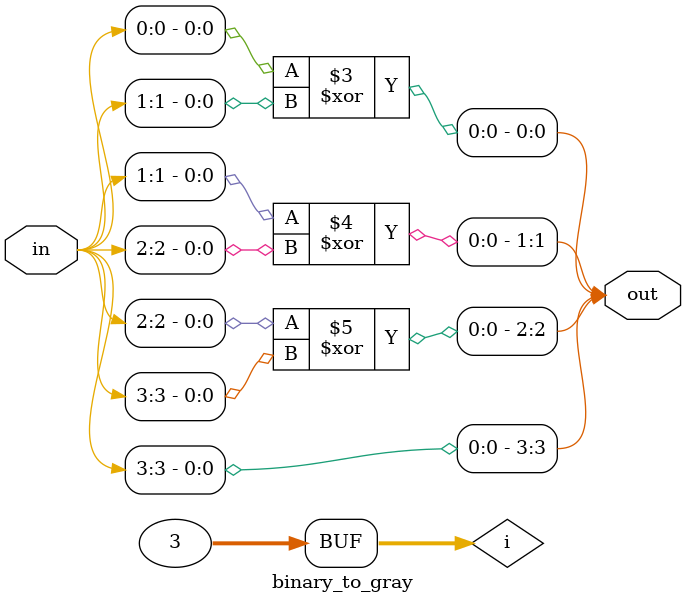
<source format=v>
`timescale 1ns / 1ps


module binary_to_gray #(parameter len = 4)(
    input [len-1:0] in,
    output reg [len-1:0] out
    );
    
    integer i;
    
    always @(in) begin
        
        out[len-1] = in[len-1];
        for (i=0;i<len-1;i=i+1) begin
            out[i] = in[i]^in[i+1];
        end
        
    end
    
endmodule

</source>
